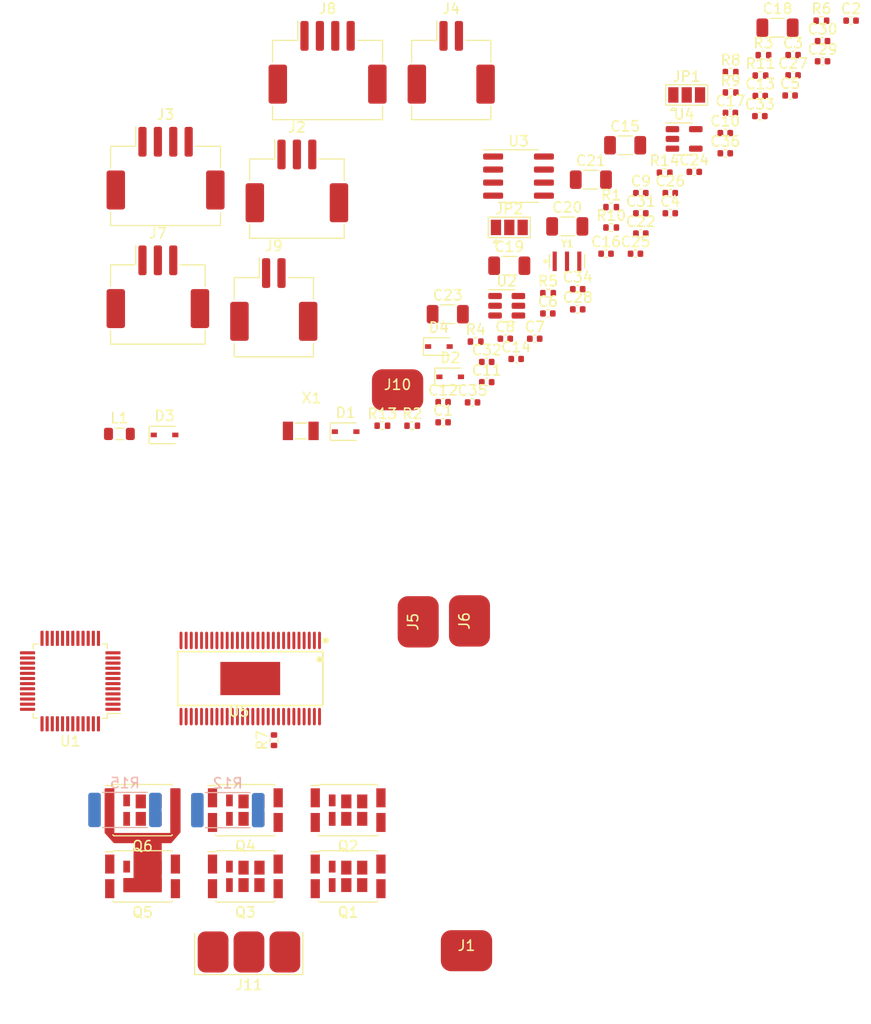
<source format=kicad_pcb>
(kicad_pcb (version 20211014) (generator pcbnew)
  (layers (0 "F.Cu" signal "Top") (1 "In1.Cu" signal "Power") (2 "In2.Cu" signal "GND") (31 "B.Cu" signal "Bottom") (34 "B.Paste" user) (35 "F.Paste" user) (36 "B.SilkS" user "B.Silkscreen") (37 "F.SilkS" user "F.Silkscreen") (38 "B.Mask" user) (39 "F.Mask" user) (44 "Edge.Cuts" user))
  (net 0 "")
  (net 1 "Net-(C2-Pad1)")
  (net 2 "GND")
  (net 3 "Net-(C6-Pad1)")
  (net 4 "Net-(C6-Pad2)")
  (net 5 "+5V")
  (net 6 "Net-(C11-Pad2)")
  (net 7 "+3V3")
  (net 8 "Net-(C24-Pad2)")
  (net 9 "+12V")
  (net 10 "Net-(Q1-Pad2)")
  (net 11 "/SHA")
  (net 12 "Net-(Q2-Pad2)")
  (net 13 "Net-(Q3-Pad2)")
  (net 14 "/SHB")
  (net 15 "Net-(Q4-Pad2)")
  (net 16 "/SLB")
  (net 17 "Net-(Q5-Pad2)")
  (net 18 "/SHC")
  (net 19 "Net-(Q6-Pad2)")
  (net 20 "/SLC")
  (net 21 "Net-(R1-Pad2)")
  (net 23 "/PC14")
  (net 24 "/PC15")
  (net 25 "/PD0")
  (net 26 "/PD1")
  (net 27 "/NRST")
  (net 28 "/SO1")
  (net 29 "/SO2")
  (net 30 "/USART2_TX")
  (net 31 "/USART2_RX")
  (net 32 "/GLA")
  (net 33 "/GLB")
  (net 34 "/GLC")
  (net 35 "/I2C2_SCL")
  (net 36 "/I2C2_SDA")
  (net 37 "/SPI2_NSS")
  (net 38 "/SPI2_SCK")
  (net 39 "/SPI2_MISO")
  (net 40 "/SPI2_MOSI")
  (net 41 "/GHA")
  (net 42 "/GHB")
  (net 43 "/GHC")
  (net 44 "/CAN_RX")
  (net 45 "/CAN_TX")
  (net 46 "/PA13")
  (net 47 "/PA14")
  (net 48 "/SPI1_nSCS")
  (net 49 "/SPI1_SCLK")
  (net 50 "/SPI1_MISO")
  (net 51 "/SPI1_MOSI")
  (net 52 "/USART1_TX")
  (net 53 "/USART1_RX")
  (net 54 "/BOOT0")
  (net 55 "/I2C1_SCL")
  (net 56 "/I2C1_SDA")
  (net 58 "/CAN_L")
  (net 59 "/CAN_H")
  (net 65 "/nOCTW")
  (net 66 "/nFAULT")
  (net 67 "Net-(R9-Pad2)")
  (net 68 "/DC_CAL")
  (net 69 "Net-(C26-Pad1)")
  (net 70 "Net-(C28-Pad1)")
  (net 71 "Net-(C28-Pad2)")
  (net 72 "/EN_GATE")
  (net 73 "/INH_A")
  (net 74 "/INL_A")
  (net 75 "/INH_B")
  (net 76 "/INL_B")
  (net 77 "/INH_C")
  (net 78 "/INL_C")
  (net 79 "Net-(C29-Pad2)")
  (net 80 "Net-(C27-Pad2)")
  (net 81 "Net-(C30-Pad2)")
  (net 82 "Net-(C31-Pad2)")
  (net 83 "Net-(C36-Pad1)")
  (net 84 "Net-(C35-Pad1)")
  (net 85 "Net-(C34-Pad1)")
  (footprint "Connector_JST:JST_ZE_SM02B-ZESS-TB_1x02-1MP_P1.50mm_Horizontal" (layer "F.Cu") (at 68.99 41.49)
    (fp_text reference "J4" (at 0 -5.22) (layer "F.SilkS"))
    (fp_text value "CAN_IN")
    (pad "1" smd roundrect (at -0.75 -2.575) (size 0.8 2.9) (layers "F.Cu" "F.Paste" "F.Mask") (net 59 "/CAN_H"))
    (pad "2" smd roundrect (at 0.75 -2.575) (size 0.8 2.9) (layers "F.Cu" "F.Paste" "F.Mask") (net 58 "/CAN_L"))
    (pad "MP" smd roundrect (at 3.35 2.125) (size 1.8 3.8) (layers "F.Cu" "F.Paste" "F.Mask") (roundrect_rratio 0.138889))
    (pad "MP" smd roundrect (at -3.35 2.125) (size 1.8 3.8) (layers "F.Cu" "F.Paste" "F.Mask") (roundrect_rratio 0.138889))
  )
  (footprint "Resistor_SMD:R_0402_1005Metric" (layer "F.Cu") (at 62.28 76.88)
    (fp_text reference "R13" (at 0 -1.17) (layer "F.SilkS"))
    (fp_text value "2.2R")
    (pad "1" smd roundrect (at -0.51 0) (size 0.54 0.64) (layers "F.Cu" "F.Paste" "F.Mask") (net 43 "/GHC"))
    (pad "2" smd roundrect (at 0.51 0) (size 0.54 0.64) (layers "F.Cu" "F.Paste" "F.Mask") (net 17 "Net-(Q5-Pad2)"))
  )
  (footprint "Capacitor_SMD:C_0402_1005Metric" (layer "F.Cu") (at 107.96 37.43)
    (fp_text reference "C2" (at 0 -1.16) (layer "F.SilkS"))
    (fp_text value "10uF")
    (pad "1" smd roundrect (at -0.48 0) (size 0.56 0.62) (layers "F.Cu" "F.Paste" "F.Mask") (net 1 "Net-(C2-Pad1)"))
    (pad "2" smd roundrect (at 0.48 0) (size 0.56 0.62) (layers "F.Cu" "F.Paste" "F.Mask") (net 2 "GND"))
  )
  (footprint "Capacitor_SMD:C_1206_3216Metric" (layer "F.Cu") (at 82.6 52.92)
    (fp_text reference "C21" (at 0 -1.85) (layer "F.SilkS"))
    (fp_text value "220uF")
    (pad "1" smd roundrect (at -1.475 0) (size 1.15 1.8) (layers "F.Cu" "F.Paste" "F.Mask") (roundrect_rratio 0.217391) (net 9 "+12V"))
    (pad "2" smd roundrect (at 1.475 0) (size 1.15 1.8) (layers "F.Cu" "F.Paste" "F.Mask") (roundrect_rratio 0.217391) (net 2 "GND"))
  )
  (footprint "Package_DirectFET:DirectFET_ME" (layer "F.Cu") (at 58.94 114.32)
    (fp_text reference "Q2" (at 0 3.5) (layer "F.SilkS"))
    (fp_text value "IRF7480M")
    (pad "1" smd rect (at -3.2 -1.2) (size 0.9 1.85) (layers "F.Cu" "F.Paste" "F.Mask") (net 11 "/SHA"))
    (pad "1" smd rect (at -3.2 1.2) (size 0.9 1.85) (layers "F.Cu" "F.Paste" "F.Mask") (net 11 "/SHA"))
    (pad "1" smd rect (at 3.2 1.2) (size 0.9 1.85) (layers "F.Cu" "F.Paste" "F.Mask") (net 11 "/SHA"))
    (pad "1" smd rect (at 3.2 -1.2) (size 0.9 1.85) (layers "F.Cu" "F.Paste" "F.Mask") (net 11 "/SHA"))
    (pad "2" smd rect (at -1.55 -0.95) (size 0.65 1.151) (layers "F.Cu" "F.Paste" "F.Mask") (net 12 "Net-(Q2-Pad2)"))
    (pad "3" smd rect (at 1.375 -0.85) (size 1 1.35) (layers "F.Cu" "F.Paste" "F.Mask") (net 2 "GND"))
    (pad "3" smd rect (at -1.55 0.85) (size 0.65 1.35) (layers "F.Cu" "F.Paste" "F.Mask") (net 2 "GND"))
    (pad "3" smd rect (at -0.175 0.85) (size 1 1.35) (layers "F.Cu" "F.Paste" "F.Mask") (net 2 "GND"))
    (pad "3" smd rect (at 1.375 0.85) (size 1 1.35) (layers "F.Cu" "F.Paste" "F.Mask") (net 2 "GND"))
    (pad "3" smd rect (at -0.175 -0.85) (size 1 1.35) (layers "F.Cu" "F.Paste" "F.Mask") (net 2 "GND"))
  )
  (footprint "Capacitor_SMD:C_0402_1005Metric" (layer "F.Cu") (at 77.13 68.41)
    (fp_text reference "C7" (at 0 -1.16) (layer "F.SilkS"))
    (fp_text value "0.1uF")
    (pad "1" smd roundrect (at -0.48 0) (size 0.56 0.62) (layers "F.Cu" "F.Paste" "F.Mask") (net 3 "Net-(C6-Pad1)"))
    (pad "2" smd roundrect (at 0.48 0) (size 0.56 0.62) (layers "F.Cu" "F.Paste" "F.Mask") (net 4 "Net-(C6-Pad2)"))
  )
  (footprint "Capacitor_SMD:C_0402_1005Metric" (layer "F.Cu") (at 71.07 74.61)
    (fp_text reference "C35" (at 0 -1.16) (layer "F.SilkS"))
    (fp_text value "0.1uF")
    (pad "1" smd roundrect (at -0.48 0) (size 0.56 0.62) (layers "F.Cu" "F.Paste" "F.Mask") (net 84 "Net-(C35-Pad1)"))
    (pad "2" smd roundrect (at 0.48 0) (size 0.56 0.62) (layers "F.Cu" "F.Paste" "F.Mask") (net 14 "/SHB"))
  )
  (footprint "Resistor_SMD:R_0402_1005Metric" (layer "F.Cu") (at 105.07 37.44)
    (fp_text reference "R6" (at 0 -1.17) (layer "F.SilkS"))
    (fp_text value "22R")
    (pad "1" smd roundrect (at -0.51 0) (size 0.54 0.64) (layers "F.Cu" "F.Paste" "F.Mask") (net 29 "/SO2"))
    (pad "2" smd roundrect (at 0.51 0) (size 0.54 0.64) (layers "F.Cu" "F.Paste" "F.Mask") (net 81 "Net-(C30-Pad2)"))
  )
  (footprint "Resistor_SMD:R_0402_1005Metric" (layer "F.Cu") (at 71.37 68.69)
    (fp_text reference "R4" (at 0 -1.17) (layer "F.SilkS"))
    (fp_text value "120R")
    (pad "1" smd roundrect (at -0.51 0) (size 0.54 0.64) (layers "F.Cu" "F.Paste" "F.Mask") (net 59 "/CAN_H"))
    (pad "2" smd roundrect (at 0.51 0) (size 0.54 0.64) (layers "F.Cu" "F.Paste" "F.Mask") (net 58 "/CAN_L"))
  )
  (footprint "Resistor_SMD:R_0402_1005Metric" (layer "F.Cu") (at 84.58 57.58)
    (fp_text reference "R10" (at 0 -1.17) (layer "F.SilkS"))
    (fp_text value "2.2R")
    (pad "1" smd roundrect (at -0.51 0) (size 0.54 0.64) (layers "F.Cu" "F.Paste" "F.Mask") (net 42 "/GHB"))
    (pad "2" smd roundrect (at 0.51 0) (size 0.54 0.64) (layers "F.Cu" "F.Paste" "F.Mask") (net 13 "Net-(Q3-Pad2)"))
  )
  (footprint "Capacitor_SMD:C_0402_1005Metric" (layer "F.Cu") (at 86.95 60.13)
    (fp_text reference "C25" (at 0 -1.16) (layer "F.SilkS"))
    (fp_text value "10uF")
    (pad "1" smd roundrect (at -0.48 0) (size 0.56 0.62) (layers "F.Cu" "F.Paste" "F.Mask") (net 7 "+3V3"))
    (pad "2" smd roundrect (at 0.48 0) (size 0.56 0.62) (layers "F.Cu" "F.Paste" "F.Mask") (net 2 "GND"))
  )
  (footprint "Connector_JST:JST_ZE_SM04B-ZESS-TB_1x04-1MP_P1.50mm_Horizontal" (layer "F.Cu") (at 41.15 51.8)
    (fp_text reference "J3" (at 0 -5.22) (layer "F.SilkS"))
    (fp_text value "I2C1")
    (pad "1" smd roundrect (at -2.25 -2.575) (size 0.8 2.9) (layers "F.Cu" "F.Paste" "F.Mask") (net 7 "+3V3"))
    (pad "2" smd roundrect (at -0.75 -2.575) (size 0.8 2.9) (layers "F.Cu" "F.Paste" "F.Mask") (net 2 "GND"))
    (pad "3" smd roundrect (at 0.75 -2.575) (size 0.8 2.9) (layers "F.Cu" "F.Paste" "F.Mask") (net 56 "/I2C1_SDA"))
    (pad "4" smd roundrect (at 2.25 -2.575) (size 0.8 2.9) (layers "F.Cu" "F.Paste" "F.Mask") (net 55 "/I2C1_SCL"))
    (pad "MP" smd roundrect (at 4.85 2.125) (size 1.8 3.8) (layers "F.Cu" "F.Paste" "F.Mask") (roundrect_rratio 0.138889))
    (pad "MP" smd roundrect (at -4.85 2.125) (size 1.8 3.8) (layers "F.Cu" "F.Paste" "F.Mask") (roundrect_rratio 0.138889))
  )
  (footprint "Capacitor_SMD:C_1206_3216Metric" (layer "F.Cu") (at 100.79 38.12)
    (fp_text reference "C18" (at 0 -1.85) (layer "F.SilkS"))
    (fp_text value "220uF")
    (pad "1" smd roundrect (at -1.475 0) (size 1.15 1.8) (layers "F.Cu" "F.Paste" "F.Mask") (roundrect_rratio 0.217391) (net 9 "+12V"))
    (pad "2" smd roundrect (at 1.475 0) (size 1.15 1.8) (layers "F.Cu" "F.Paste" "F.Mask") (roundrect_rratio 0.217391) (net 2 "GND"))
  )
  (footprint "Capacitor_SMD:C_0402_1005Metric" (layer "F.Cu") (at 102.31 42.75)
    (fp_text reference "C27" (at 0 -1.16) (layer "F.SilkS"))
    (fp_text value "2200pF")
    (pad "1" smd roundrect (at -0.48 0) (size 0.56 0.62) (layers "F.Cu" "F.Paste" "F.Mask") (net 2 "GND"))
    (pad "2" smd roundrect (at 0.48 0) (size 0.56 0.62) (layers "F.Cu" "F.Paste" "F.Mask") (net 80 "Net-(C27-Pad2)"))
  )
  (footprint "Resistor_SMD:R_0402_1005Metric" (layer "F.Cu") (at 99.13 42.78)
    (fp_text reference "R11" (at 0 -1.17) (layer "F.SilkS"))
    (fp_text value "2.2R")
    (pad "1" smd roundrect (at -0.51 0) (size 0.54 0.64) (layers "F.Cu" "F.Paste" "F.Mask") (net 33 "/GLB"))
    (pad "2" smd roundrect (at 0.51 0) (size 0.54 0.64) (layers "F.Cu" "F.Paste" "F.Mask") (net 15 "Net-(Q4-Pad2)"))
  )
  (footprint "Connector_JST:JST_ZE_SM04B-ZESS-TB_1x04-1MP_P1.50mm_Horizontal" (layer "F.Cu") (at 56.94 41.49)
    (fp_text reference "J8" (at 0 -5.22) (layer "F.SilkS"))
    (fp_text value "I2C2")
    (pad "1" smd roundrect (at -2.25 -2.575) (size 0.8 2.9) (layers "F.Cu" "F.Paste" "F.Mask") (net 7 "+3V3"))
    (pad "2" smd roundrect (at -0.75 -2.575) (size 0.8 2.9) (layers "F.Cu" "F.Paste" "F.Mask") (net 2 "GND"))
    (pad "3" smd roundrect (at 0.75 -2.575) (size 0.8 2.9) (layers "F.Cu" "F.Paste" "F.Mask") (net 36 "/I2C2_SDA"))
    (pad "4" smd roundrect (at 2.25 -2.575) (size 0.8 2.9) (layers "F.Cu" "F.Paste" "F.Mask") (net 35 "/I2C2_SCL"))
    (pad "MP" smd roundrect (at -4.85 2.125) (size 1.8 3.8) (layers "F.Cu" "F.Paste" "F.Mask") (roundrect_rratio 0.138889))
    (pad "MP" smd roundrect (at 4.85 2.125) (size 1.8 3.8) (layers "F.Cu" "F.Paste" "F.Mask") (roundrect_rratio 0.138889))
  )
  (footprint "Inductor_SMD:L_0805_2012Metric" (layer "F.Cu") (at 36.65 77.68)
    (fp_text reference "L1" (at 0 -1.55) (layer "F.SilkS"))
    (fp_text value "6.8uH")
    (pad "1" smd roundrect (at -1.0625 0) (size 0.875 1.2) (layers "F.Cu" "F.Paste" "F.Mask") (net 3 "Net-(C6-Pad1)"))
    (pad "2" smd roundrect (at 1.0625 0) (size 0.875 1.2) (layers "F.Cu" "F.Paste" "F.Mask") (net 5 "+5V"))
  )
  (footprint "Userlib:PowerPad" (layer "F.Cu") (at 70.48 128.01)
    (fp_text reference "J1" (at 0 -0.5 unlocked) (layer "F.SilkS"))
    (fp_text value "12V_IN")
    (pad "1" smd roundrect (at 0 0) (size 5 4) (layers "F.Cu" "F.Paste" "F.Mask") (net 9 "+12V"))
  )
  (footprint "Capacitor_SMD:C_0402_1005Metric" (layer "F.Cu") (at 84.08 60.13)
    (fp_text reference "C16" (at 0 -1.16) (layer "F.SilkS"))
    (fp_text value "0.1uF")
    (pad "1" smd roundrect (at -0.48 0) (size 0.56 0.62) (layers "F.Cu" "F.Paste" "F.Mask") (net 2 "GND"))
    (pad "2" smd roundrect (at 0.48 0) (size 0.56 0.62) (layers "F.Cu" "F.Paste" "F.Mask") (net 5 "+5V"))
  )
  (footprint "Capacitor_SMD:C_0402_1005Metric" (layer "F.Cu") (at 99.07 46.73)
    (fp_text reference "C33" (at 0 -1.16) (layer "F.SilkS"))
    (fp_text value "0.1uF")
    (pad "1" smd roundrect (at -0.48 0) (size 0.56 0.62) (layers "F.Cu" "F.Paste" "F.Mask") (net 9 "+12V"))
    (pad "2" smd roundrect (at 0.48 0) (size 0.56 0.62) (layers "F.Cu" "F.Paste" "F.Mask") (net 2 "GND"))
  )
  (footprint "Capacitor_SMD:C_0402_1005Metric" (layer "F.Cu") (at 95.7 48.38)
    (fp_text reference "C10" (at 0 -1.16) (layer "F.SilkS"))
    (fp_text value "0.1uF")
    (pad "1" smd roundrect (at -0.48 0) (size 0.56 0.62) (layers "F.Cu" "F.Paste" "F.Mask") (net 2 "GND"))
    (pad "2" smd roundrect (at 0.48 0) (size 0.56 0.62) (layers "F.Cu" "F.Paste" "F.Mask") (net 5 "+5V"))
  )
  (footprint "Diode_SMD:D_SOD-323" (layer "F.Cu") (at 58.7 77.46)
    (fp_text reference "D1" (at 0 -1.85) (layer "F.SilkS"))
    (fp_text value "B5819WS")
    (pad "1" smd rect (at -1.05 0) (size 0.6 0.45) (layers "F.Cu" "F.Paste" "F.Mask") (net 1 "Net-(C2-Pad1)"))
    (pad "2" smd rect (at 1.05 0) (size 0.6 0.45) (layers "F.Cu" "F.Paste" "F.Mask") (net 9 "+12V"))
  )
  (footprint "Jumper:SolderJumper-3_P1.3mm_Open_Pad1.0x1.5mm" (layer "F.Cu") (at 74.65 57.57)
    (fp_text reference "JP2" (at 0 -1.8) (layer "F.SilkS"))
    (fp_text value "SolderJumper_3_Open")
    (pad "1" smd rect (at -1.3 0) (size 1 1.5) (layers "F.Cu" "F.Mask") (net 2 "GND"))
    (pad "2" smd rect (at 0 0) (size 1 1.5) (layers "F.Cu" "F.Mask") (net 46 "/PA13"))
    (pad "3" smd rect (at 1.3 0) (size 1 1.5) (layers "F.Cu" "F.Mask") (net 47 "/PA14"))
  )
  (footprint "Capacitor_SMD:C_0402_1005Metric" (layer "F.Cu") (at 90.34 56.19)
    (fp_text reference "C4" (at 0 -1.16) (layer "F.SilkS"))
    (fp_text value "0.1uF")
    (pad "1" smd roundrect (at -0.48 0) (size 0.56 0.62) (layers "F.Cu" "F.Paste" "F.Mask") (net 7 "+3V3"))
    (pad "2" smd roundrect (at 0.48 0) (size 0.56 0.62) (layers "F.Cu" "F.Paste" "F.Mask") (net 2 "GND"))
  )
  (footprint "Jumper:SolderJumper-3_P1.3mm_Open_Pad1.0x1.5mm" (layer "F.Cu") (at 91.94 44.67)
    (fp_text reference "JP1" (at 0 -1.8) (layer "F.SilkS"))
    (fp_text value "SolderJumper_3_Open")
    (pad "1" smd rect (at -1.3 0) (size 1 1.5) (layers "F.Cu" "F.Mask") (net 7 "+3V3"))
    (pad "2" smd rect (at 0 0) (size 1 1.5) (layers "F.Cu" "F.Mask") (net 54 "/BOOT0"))
    (pad "3" smd rect (at 1.3 0) (size 1 1.5) (layers "F.Cu" "F.Mask") (net 2 "GND"))
  )
  (footprint "Diode_SMD:D_SOD-323" (layer "F.Cu") (at 67.79 69.17)
    (fp_text reference "D4" (at 0 -1.85) (layer "F.SilkS"))
    (fp_text value "B5819WS")
    (pad "1" smd rect (at -1.05 0) (size 0.6 0.45) (layers "F.Cu" "F.Paste" "F.Mask") (net 9 "+12V"))
    (pad "2" smd rect (at 1.05 0) (size 0.6 0.45) (layers "F.Cu" "F.Paste" "F.Mask") (net 2 "GND"))
  )
  (footprint "Resistor_SMD:R_0402_1005Metric" (layer "F.Cu") (at 78.43 63.97)
    (fp_text reference "R5" (at 0 -1.17) (layer "F.SilkS"))
    (fp_text value "22R")
    (pad "1" smd roundrect (at -0.51 0) (size 0.54 0.64) (layers "F.Cu" "F.Paste" "F.Mask") (net 28 "/SO1"))
    (pad "2" smd roundrect (at 0.51 0) (size 0.54 0.64) (layers "F.Cu" "F.Paste" "F.Mask") (net 80 "Net-(C27-Pad2)"))
  )
  (footprint "Capacitor_SMD:C_0402_1005Metric" (layer "F.Cu") (at 102.31 40.78)
    (fp_text reference "C3" (at 0 -1.16) (layer "F.SilkS"))
    (fp_text value "0.1uF")
    (pad "1" smd roundrect (at -0.48 0) (size 0.56 0.62) (layers "F.Cu" "F.Paste" "F.Mask") (net 7 "+3V3"))
    (pad "2" smd roundrect (at 0.48 0) (size 0.56 0.62) (layers "F.Cu" "F.Paste" "F.Mask") (net 2 "GND"))
  )
  (footprint "Capacitor_SMD:C_0402_1005Metric" (layer "F.Cu") (at 78.41 65.95)
    (fp_text reference "C6" (at 0 -1.16) (layer "F.SilkS"))
    (fp_text value "0.1uF")
    (pad "1" smd roundrect (at -0.48 0) (size 0.56 0.62) (layers "F.Cu" "F.Paste" "F.Mask") (net 3 "Net-(C6-Pad1)"))
    (pad "2" smd roundrect (at 0.48 0) (size 0.56 0.62) (layers "F.Cu" "F.Paste" "F.Mask") (net 4 "Net-(C6-Pad2)"))
  )
  (footprint "Userlib:HTSSOP-56_L14.0-W6.0-P0.50-LS8.0-BL" (layer "F.Cu") (at 49.405 101.50225 180)
    (fp_text reference "U5" (at 0 -3.207) (layer "F.SilkS") (effects (justify right)))
    (fp_text value "DRV8301DCAR")
    (pad "1" smd oval (at -6.75 3.708 180) (size 0.28 1.715) (layers "F.Cu" "F.Paste" "F.Mask"))
    (pad "2" smd oval (at -6.25 3.708 180) (size 0.28 1.715) (layers "F.Cu" "F.Paste" "F.Mask"))
    (pad "3" smd oval (at -5.75 3.708 180) (size 0.28 1.715) (layers "F.Cu" "F.Paste" "F.Mask"))
    (pad "4" smd oval (at -5.25 3.708 180) (size 0.28 1.715) (layers "F.Cu" "F.Paste" "F.Mask"))
    (pad "5" smd oval (at -4.75 3.708 180) (size 0.28 1.715) (layers "F.Cu" "F.Paste" "F.Mask") (net 65 "/nOCTW"))
    (pad "6" smd oval (at -4.25 3.708 180) (size 0.28 1.715) (layers "F.Cu" "F.Paste" "F.Mask") (net 66 "/nFAULT"))
    (pad "7" smd oval (at -3.75 3.708 180) (size 0.28 1.715) (layers "F.Cu" "F.Paste" "F.Mask") (net 67 "Net-(R9-Pad2)"))
    (pad "8" smd oval (at -3.25 3.708 180) (size 0.28 1.715) (layers "F.Cu" "F.Paste" "F.Mask") (net 48 "/SPI1_nSCS"))
    (pad "9" smd oval (at -2.75 3.708 180) (size 0.28 1.715) (layers "F.Cu" "F.Paste" "F.Mask") (net 51 "/SPI1_MOSI"))
    (pad "10" smd oval (at -2.25 3.708 180) (size 0.28 1.715) (layers "F.Cu" "F.Paste" "F.Mask") (net 50 "/SPI1_MISO"))
    (pad "11" smd oval (at -1.75 3.708 180) (size 0.28 1.715) (layers "F.Cu" "F.Paste" "F.Mask") (net 49 "/SPI1_SCLK"))
    (pad "12" smd oval (at -1.25 3.708 180) (size 0.28 1.715) (layers "F.Cu" "F.Paste" "F.Mask") (net 68 "/DC_CAL"))
    (pad "13" smd oval (at -0.75 3.708 180) (size 0.28 1.715) (layers "F.Cu" "F.Paste" "F.Mask") (net 69 "Net-(C26-Pad1)"))
    (pad "14" smd oval (at -0.25 3.708 180) (size 0.28 1.715) (layers "F.Cu" "F.Paste" "F.Mask") (net 70 "Net-(C28-Pad1)"))
    (pad "15" smd oval (at 0.25 3.708 180) (size 0.28 1.715) (layers "F.Cu" "F.Paste" "F.Mask") (net 71 "Net-(C28-Pad2)"))
    (pad "16" smd oval (at 0.75 3.708 180) (size 0.28 1.715) (layers "F.Cu" "F.Paste" "F.Mask") (net 72 "/EN_GATE"))
    (pad "17" smd oval (at 1.25 3.708 180) (size 0.28 1.715) (layers "F.Cu" "F.Paste" "F.Mask") (net 73 "/INH_A"))
    (pad "18" smd oval (at 1.75 3.708 180) (size 0.28 1.715) (layers "F.Cu" "F.Paste" "F.Mask") (net 74 "/INL_A"))
    (pad "19" smd oval (at 2.25 3.708 180) (size 0.28 1.715) (layers "F.Cu" "F.Paste" "F.Mask") (net 75 "/INH_B"))
    (pad "20" smd oval (at 2.75 3.708 180) (size 0.28 1.715) (layers "F.Cu" "F.Paste" "F.Mask") (net 76 "/INL_B"))
    (pad "21" smd oval (at 3.25 3.708 180) (size 0.28 1.715) (layers "F.Cu" "F.Paste" "F.Mask") (net 77 "/INH_C"))
    (pad "22" smd oval (at 3.75 3.708 180) (size 0.28 1.715) (layers "F.Cu" "F.Paste" "F.Mask") (net 78 "/INL_C"))
    (pad "23" smd oval (at 4.25 3.708 180) (size 0.28 1.715) (layers "F.Cu" "F.Paste" "F.Mask") (net 79 "Net-(C29-Pad2)"))
    (pad "24" smd oval (at 4.75 3.708 180) (size 0.28 1.715) (layers "F.Cu" "F.Paste" "F.Mask") (net 7 "+3V3"))
    (pad "25" smd oval (at 5.25 3.708 180) (size 0.28 1.715) (layers "F.Cu" "F.Paste" "F.Mask") (net 80 "Net-(C27-Pad2)"))
    (pad "26" smd oval (at 5.75 3.708 180) (size 0.28 1.715) (layers "F.Cu" "F.Paste" "F.Mask") (net 81 "Net-(C30-Pad2)"))
    (pad "27" smd oval (at 6.25 3.708 180) (size 0.28 1.715) (layers "F.Cu" "F.Paste" "F.Mask") (net 82 "Net-(C31-Pad2)"))
    (pad "28" smd oval (at 6.75 3.708 180) (size 0.28 1.715) (layers "F.Cu" "F.Paste" "F.Mask") (net 2 "GND"))
    (pad "29" smd oval (at 6.75 -3.708 180) (size 0.28 1.715) (layers "F.Cu" "F.Paste" "F.Mask") (net 9 "+12V"))
    (pad "30" smd oval (at 6.25 -3.708 180) (size 0.28 1.715) (layers "F.Cu" "F.Paste" "F.Mask") (net 2 "GND"))
    (pad "31" smd oval (at 5.75 -3.708 180) (size 0.28 1.715) (layers "F.Cu" "F.Paste" "F.Mask") (net 20 "/SLC"))
    (pad "32" smd oval (at 5.25 -3.708 180) (size 0.28 1.715) (layers "F.Cu" "F.Paste" "F.Mask") (net 2 "GND"))
    (pad "33" smd oval (at 4.75 -3.708 180) (size 0.28 1.715) (layers "F.Cu" "F.Paste" "F.Mask") (net 16 "/SLB"))
    (pad "34" smd oval (at 4.25 -3.708 180) (size 0.28 1.715) (layers "F.Cu" "F.Paste" "F.Mask") (net 20 "/SLC"))
    (pad "35" smd oval (at 3.75 -3.708 180) (size 0.28 1.715) (layers "F.Cu" "F.Paste" "F.Mask") (net 34 "/GLC"))
    (pad "36" smd oval (at 3.25 -3.708 180) (size 0.28 1.715) (layers "F.Cu" "F.Paste" "F.Mask") (net 18 "/SHC"))
    (pad "37" smd oval (at 2.75 -3.708 180) (size 0.28 1.715) (layers "F.Cu" "F.Paste" "F.Mask") (net 43 "/GHC"))
    (pad "38" smd oval (at 2.25 -3.708 180) (size 0.28 1.715) (layers "F.Cu" "F.Paste" "F.Mask") (net 83 "Net-(C36-Pad1)"))
    (pad "39" smd oval (at 1.75 -3.708 180) (size 0.28 1.715) (layers "F.Cu" "F.Paste" "F.Mask") (net 16 "/SLB"))
    (pad "40" smd oval (at 1.25 -3.708 180) (size 0.28 1.715) (layers "F.Cu" "F.Paste" "F.Mask") (net 33 "/GLB"))
    (pad "41" smd oval (at 0.75 -3.708 180) (size 0.28 1.715) (layers "F.Cu" "F.Paste" "F.Mask") (net 14 "/SHB"))
    (pad "42" smd oval (at 0.25 -3.708 180) (size 0.28 1.715) (layers "F.Cu" "F.Paste" "F.Mask") (net 42 "/GHB"))
    (pad "43" smd oval (at -0.25 -3.708 180) (size 0.28 1.715) (layers "F.Cu" "F.Paste" "F.Mask") (net 84 "Net-(C35-Pad1)"))
    (pad "44" smd oval (at -0.75 -3.708 180) (size 0.28 1.715) (layers "F.Cu" "F.Paste" "F.Mask") (net 2 "GND"))
    (pad "45" smd oval (at -1.25 -3.708 180) (size 0.28 1.715) (layers "F.Cu" "F.Paste" "F.Mask") (net 32 "/GLA"))
    (pad "46" smd oval (at -1.75 -3.708 180) (size 0.28 1.715) (layers "F.Cu" "F.Paste" "F.Mask") (net 11 "/SHA"))
    (pad "47" smd oval (at -2.25 -3.708 180) (size 0.28 1.715) (layers "F.Cu" "F.Paste" "F.Mask") (net 41 "/GHA"))
    (pad "48" smd oval (at -2.75 -3.708 180) (size 0.28 1.715) (layers "F.Cu" "F.Paste" "F.Mask") (net 85 "Net-(C34-Pad1)"))
    (pad "49" smd oval (at -3.25 -3.708 180) (size 0.28 1.715) (layers "F.Cu" "F.Paste" "F.Mask") (net 7 "+3V3"))
    (pad "50" smd oval (at -3.75 -3.708 180) (size 0.28 1.715) (layers "F.Cu" "F.Paste" "F.Mask"))
    (pad "51" smd oval (at -4.25 -3.708 180) (size 0.28 1.715) (layers "F.Cu" "F.Paste" "F.Mask"))
    (pad "52" smd oval (at -4.75 -3.708 180) (size 0.28 1.715) (layers "F.Cu" "F.Paste" "F.Mask"))
    (pad "53" smd oval (at -5.25 -3.708 180) (size 0.28 1.715) (layers "F.Cu" "F.Paste" "F.Mask"))
    (pad "54" smd oval (at -5.75 -3.708 180) (size 0.28 1.715) (layers "F.Cu" "F.Paste" "F.Mask"))
    (pad "55" smd oval (at -6.25 -3.708 180) (size 0.28 1.715) (layers "F.Cu" "F.Paste" "F.Mask") (net 2 "GND"))
    (pad "56" smd oval (at -6.75 -3.708 180) (size 0.28 1.715) (layers "F.Cu" "F.Paste" "F.Mask"))
    (pad "57" smd rect (at 0 0 180) (size 5.825 3.235) (layers "F.Cu" "F.Paste" "F.Mask") (net 2 "GND"))
  )
  (footprint "Resistor_SMD:R_0402_1005Metric" (layer "F.Cu") (at 84.58 55.59)
    (fp_text reference "R1" (at 0 -1.17) (layer "F.SilkS"))
    (fp_text value "1M")
    (pad "1" smd roundrect (at -0.51 0) (size 0.54 0.64) (layers "F.Cu" "F.Paste" "F.Mask") (net 1 "Net-(C2-Pad1)"))
    (pad "2" smd roundrect (at 0.51 0) (size 0.54 0.64) (layers "F.Cu" "F.Paste" "F.Mask") (net 21 "Net-(R1-Pad2)"))
  )
  (footprint "Capacitor_SMD:C_0402_1005Metric" (layer "F.Cu") (at 74.26 68.41)
    (fp_text reference "C8" (at 0 -1.16) (layer "F.SilkS"))
    (fp_text value "0.1uF")
    (pad "1" smd roundrect (at -0.48 0) (size 0.56 0.62) (layers "F.Cu" "F.Paste" "F.Mask") (net 7 "+3V3"))
    (pad "2" smd roundrect (at 0.48 0) (size 0.56 0.62) (layers "F.Cu" "F.Paste" "F.Mask") (net 2 "GND"))
  )
  (footprint "Resistor_SMD:R_0402_1005Metric" (layer "F.Cu") (at 65.19 76.88)
    (fp_text reference "R2" (at 0 -1.17) (layer "F.SilkS"))
    (fp_text value "10K")
    (pad "1" smd roundrect (at -0.51 0) (size 0.54 0.64) (layers "F.Cu" "F.Paste" "F.Mask") (net 5 "+5V"))
    (pad "2" smd roundrect (at 0.51 0) (size 0.54 0.64) (layers "F.Cu" "F.Paste" "F.Mask") (net 6 "Net-(C11-Pad2)"))
  )
  (footprint "Package_DirectFET:DirectFET_ME" (layer "F.Cu") (at 38.91 120.77)
    (fp_text reference "Q5" (at 0 3.5) (layer "F.SilkS"))
    (fp_text value "IRF7480M")
    (pad "1" smd rect (at -3.2 1.2) (size 0.9 1.85) (layers "F.Cu" "F.Paste" "F.Mask") (net 9 "+12V"))
    (pad "1" smd rect (at 3.2 -1.2) (size 0.9 1.85) (layers "F.Cu" "F.Paste" "F.Mask") (net 9 "+12V"))
    (pad "1" smd rect (at 3.2 1.2) (size 0.9 1.85) (layers "F.Cu" "F.Paste" "F.Mask") (net 9 "+12V"))
    (pad "1" smd rect (at -3.2 -1.2) (size 0.9 1.85) (layers "F.Cu" "F.Paste" "F.Mask") (net 9 "+12V"))
    (pad "2" smd rect (at -1.55 -0.95) (size 0.65 1.151) (layers "F.Cu" "F.Paste" "F.Mask") (net 17 "Net-(Q5-Pad2)"))
    (pad "3" smd rect (at 1.375 0.85) (size 1 1.35) (layers "F.Cu" "F.Paste" "F.Mask") (net 18 "/SHC"))
    (pad "3" smd rect (at 1.375 -0.85) (size 1 1.35) (layers "F.Cu" "F.Paste" "F.Mask") (net 18 "/SHC"))
    (pad "3" smd rect (at -0.175 -0.85) (size 1 1.35) (layers "F.Cu" "F.Paste" "F.Mask") (net 18 "/SHC"))
    (pad "3" smd rect (at -1.55 0.85) (size 0.65 1.35) (layers "F.Cu" "F.Paste" "F.Mask") (net 18 "/SHC"))
    (pad "3" smd rect (at -0.175 0.85) (size 1 1.35) (layers "F.Cu" "F.Paste" "F.Mask") (net 18 "/SHC"))
  )
  (footprint "Capacitor_SMD:C_1206_3216Metric" (layer "F.Cu") (at 68.65 66.02)
    (fp_text reference "C23" (at 0 -1.85) (layer "F.SilkS"))
    (fp_text value "220uF")
    (pad "1" smd roundrect (at -1.475 0) (size 1.15 1.8) (layers "F.Cu" "F.Paste" "F.Mask") (roundrect_rratio 0.217391) (net 9 "+12V"))
    (pad "2" smd roundrect (at 1.475 0) (size 1.15 1.8) (layers "F.Cu" "F.Paste" "F.Mask") (roundrect_rratio 0.217391) (net 2 "GND"))
  )
  (footprint "Package_QFP:LQFP-48_7x7mm_P0.5mm" (layer "F.Cu") (at 31.86 101.75 180)
    (fp_text reference "U1" (at 0 -5.85) (layer "F.SilkS"))
    (fp_text value "STM32F103C8Tx")
    (pad "1" smd roundrect (at -4.1625 -2.75 180) (size 1.475 0.3) (layers "F.Cu" "F.Paste" "F.Mask") (net 7 "+3V3"))
    (pad "2" smd roundrect (at -4.1625 -2.25 180) (size 1.475 0.3) (layers "F.Cu" "F.Paste" "F.Mask"))
    (pad "3" smd roundrect (at -4.1625 -1.75 180) (size 1.475 0.3) (layers "F.Cu" "F.Paste" "F.Mask") (net 23 "/PC14"))
    (pad "4" smd roundrect (at -4.1625 -1.25 180) (size 1.475 0.3) (layers "F.Cu" "F.Paste" "F.Mask") (net 24 "/PC15"))
    (pad "5" smd roundrect (at -4.1625 -0.75 180) (size 1.475 0.3) (layers "F.Cu" "F.Paste" "F.Mask") (net 25 "/PD0"))
    (pad "6" smd roundrect (at -4.1625 -0.25 180) (size 1.475 0.3) (layers "F.Cu" "F.Paste" "F.Mask") (net 26 "/PD1"))
    (pad "7" smd roundrect (at -4.1625 0.25 180) (size 1.475 0.3) (layers "F.Cu" "F.Paste" "F.Mask") (net 27 "/NRST"))
    (pad "8" smd roundrect (at -4.1625 0.75 180) (size 1.475 0.3) (layers "F.Cu" "F.Paste" "F.Mask") (net 2 "GND"))
    (pad "9" smd roundrect (at -4.1625 1.25 180) (size 1.475 0.3) (layers "F.Cu" "F.Paste" "F.Mask") (net 7 "+3V3"))
    (pad "10" smd roundrect (at -4.1625 1.75 180) (size 1.475 0.3) (layers "F.Cu" "F.Paste" "F.Mask") (net 28 "/SO1"))
    (pad "11" smd roundrect (at -4.1625 2.25 180) (size 1.475 0.3) (layers "F.Cu" "F.Paste" "F.Mask") (net 29 "/SO2"))
    (pad "12" smd roundrect (at -4.1625 2.75 180) (size 1.475 0.3) (layers "F.Cu" "F.Paste" "F.Mask") (net 30 "/USART2_TX"))
    (pad "13" smd roundrect (at -2.75 4.1625 180) (size 0.3 1.475) (layers "F.Cu" "F.Paste" "F.Mask") (net 31 "/USART2_RX"))
    (pad "14" smd roundrect (at -2.25 4.1625 180) (size 0.3 1.475) (layers "F.Cu" "F.Paste" "F.Mask") (net 65 "/nOCTW"))
    (pad "15" smd roundrect (at -1.75 4.1625 180) (size 0.3 1.475) (layers "F.Cu" "F.Paste" "F.Mask") (net 66 "/nFAULT"))
    (pad "16" smd roundrect (at -1.25 4.1625 180) (size 0.3 1.475) (layers "F.Cu" "F.Paste" "F.Mask") (net 68 "/DC_CAL"))
    (pad "17" smd roundrect (at -0.75 4.1625 180) (size 0.3 1.475) (layers "F.Cu" "F.Paste" "F.Mask") (net 74 "/INL_A"))
    (pad "18" smd roundrect (at -0.25 4.1625 180) (size 0.3 1.475) (layers "F.Cu" "F.Paste" "F.Mask") (net 76 "/INL_B"))
    (pad "19" smd roundrect (at 0.25 4.1625 180) (size 0.3 1.475) (layers "F.Cu" "F.Paste" "F.Mask") (net 78 "/INL_C"))
    (pad "20" smd roundrect (at 0.75 4.1625 180) (size 0.3 1.475) (layers "F.Cu" "F.Paste" "F.Mask") (net 72 "/EN_GATE"))
    (pad "21" smd roundrect (at 1.25 4.1625 180) (size 0.3 1.475) (layers "F.Cu" "F.Paste" "F.Mask") (net 35 "/I2C2_SCL"))
    (pad "22" smd roundrect (at 1.75 4.1625 180) (size 0.3 1.475) (layers "F.Cu" "F.Paste" "F.Mask") (net 36 "/I2C2_SDA"))
    (pad "23" smd roundrect (at 2.25 4.1625 180) (size 0.3 1.475) (layers "F.Cu" "F.Paste" "F.Mask") (net 2 "GND"))
    (pad "24" smd roundrect (at 2.75 4.1625 180) (size 0.3 1.475) (layers "F.Cu" "F.Paste" "F.Mask") (net 7 "+3V3"))
    (pad "25" smd roundrect (at 4.1625 2.75 180) (size 1.475 0.3) (layers "F.Cu" "F.Paste" "F.Mask") (net 37 "/SPI2_NSS"))
    (pad "26" smd roundrect (at 4.1625 2.25 180) (size 1.475 0.3) (layers "F.Cu" "F.Paste" "F.Mask") (net 38 "/SPI2_SCK"))
    (pad "27" smd roundrect (at 4.1625 1.75 180) (size 1.475 0.3) (layers "F.Cu" "F.Paste" "F.Mask") (net 39 "/SPI2_MISO"))
    (pad "28" smd roundrect (at 4.1625 1.25 180) (size 1.475 0.3) (layers "F.Cu" "F.Paste" "F.Mask") (net 40 "/SPI2_MOSI"))
    (pad "29" smd roundrect (at 4.1625 0.75 180) (size 1.475 0.3) (layers "F.Cu" "F.Paste" "F.Mask") (net 73 "/INH_A"))
    (pad "30" smd roundrect (at 4.1625 0.25 180) (size 1.475 0.3) (layers "F.Cu" "F.Paste" "F.Mask") (net 75 "/INH_B"))
    (pad "31" smd roundrect (at 4.1625 -0.25 180) (size 1.475 0.3) (layers "F.Cu" "F.Paste" "F.Mask") (net 77 "/INH_C"))
    (pad "32" smd roundrect (at 4.1625 -0.75 180) (size 1.475 0.3) (layers "F.Cu" "F.Paste" "F.Mask") (net 44 "/CAN_RX"))
    (pad "33" smd roundrect (at 4.1625 -1.25 180) (size 1.475 0.3) (layers "F.Cu" "F.Paste" "F.Mask") (net 45 "/CAN_TX"))
    (pad "34" smd roundrect (at 4.1625 -1.75 180) (size 1.475 0.3) (layers "F.Cu" "F.Paste" "F.Mask") (net 46 "/PA13"))
    (pad "35" smd roundrect (at 4.1625 -2.25 180) (size 1.475 0.3) (layers "F.Cu" "F.Paste" "F.Mask") (net 2 "GND"))
    (pad "36" smd roundrect (at 4.1625 -2.75 180) (size 1.475 0.3) (layers "F.Cu" "F.Paste" "F.Mask") (net 7 "+3V3"))
    (pad "37" smd roundrect (at 2.75 -4.1625 180) (size 0.3 1.475) (layers "F.Cu" "F.Paste" "F.Mask") (net 47 "/PA14"))
    (pad "38" smd roundrect (at 2.25 -4.1625 180) (size 0.3 1.475) (layers "F.Cu" "F.Paste" "F.Mask") (net 48 "/SPI1_nSCS"))
    (pad "39" smd roundrect (at 1.75 -4.1625 180) (size 0.3 1.475) (layers "F.Cu" "F.Paste" "F.Mask") (net 49 "/SPI1_SCLK"))
    (pad "40" smd roundrect (at 1.25 -4.1625 180) (size 0.3 1.475) (layers "F.Cu" "F.Paste" "F.Mask") (net 50 "/SPI1_MISO"))
    (pad "41" smd roundrect (at 0.75 -4.1625 180) (size 0.3 1.475) (layers "F.Cu" "F.Paste" "F.Mask") (net 51 "/SPI1_MOSI"))
    (pad "42" smd roundrect (at 0.25 -4.1625 180) (size 0.3 1.475) (layers "F.Cu" "F.Paste" "F.Mask") (net 52 "/USART1_TX"))
    (pad "43" smd roundrect (at -0.25 -4.1625 180) (size 0.3 1.475) (layers "F.Cu" "F.Paste" "F.Mask") (net 53 "/USART1_RX"))
    (pad "44" smd roundrect (at -0.75 -4.1625 180) (size 0.3 1.475) (layers "F.Cu" "F.Paste" "F.Mask") (net 54 "/BOOT0"))
    (pad "45" smd roundrect (at -1.25 -4.1625 180) (size 0.3 1.475) (layers "F.Cu" "F.Paste" "F.Mask") (net 55 "/I2C1_SCL"))
    (pad "46" smd roundrect (at -1.75 -4.1625 180) (size 0.3 1.475) (layers "F.Cu" "F.Paste" "F.Mask") (net 56 "/I2C1_SDA"))
    (pad "47" smd roundrect (at -2.25 -4.1625 180) (size 0.3 1.475) (layers "F.Cu" "F.Paste" "F.Mask") (net 2 "GND"))
    (pad "48" smd roundrect (at -2.75 -4.1625 180) (size 0.3 1.475) (layers "F.Cu" "F.Paste" "F.Mask") (net 7 "+3V3"))
  )
  (footprint "Capacitor_SMD:C_0402_1005Metric" (layer "F.Cu") (at 81.32 63.58)
    (fp_text reference "C34" (at 0 -1.16) (layer "F.SilkS"))
    (fp_text value "0.1uF")
    (pad "1" smd roundrect (at -0.48 0) (size 0.56 0.62) (layers "F.Cu" "F.Paste" "F.Mask") (net 85 "Net-(C34-Pad1)"))
    (pad "2" smd roundrect (at 0.48 0) (size 0.56 0.62) (layers "F.Cu" "F.Paste" "F.Mask") (net 11 "/SHA"))
  )
  (footprint "Diode_SMD:D_SOD-323" (layer "F.Cu") (at 68.89 72.12)
    (fp_text reference "D2" (at 0 -1.85) (layer "F.SilkS"))
    (fp_text value "B5819WS")
    (pad "1" smd rect (at -1.05 0) (size 0.6 0.45) (layers "F.Cu" "F.Paste" "F.Mask") (net 3 "Net-(C6-Pad1)"))
    (pad "2" smd rect (at 1.05 0) (size 0.6 0.45) (layers "F.Cu" "F.Paste" "F.Mask") (net 2 "GND"))
  )
  (footprint "Package_TO_SOT_SMD:SOT-23-5" (layer "F.Cu") (at 91.69 48.95)
    (fp_text reference "U4" (at 0 -2.4) (layer "F.SilkS"))
    (fp_text value "LP2992-3V3")
    (pad "1" smd roundrect (at -1.1375 -0.95) (size 1.325 0.6) (layers "F.Cu" "F.Paste" "F.Mask") (net 5 "+5V"))
    (pad "2" smd roundrect (at -1.1375 0) (size 1.325 0.6) (layers "F.Cu" "F.Paste" "F.Mask") (net 2 "GND"))
    (pad "3" smd roundrect (at -1.1375 0.95) (size 1.325 0.6) (layers "F.Cu" "F.Paste" "F.Mask") (net 5 "+5V"))
    (pad "4" smd roundrect (at 1.1375 0.95) (size 1.325 0.6) (layers "F.Cu" "F.Paste" "F.Mask") (net 8 "Net-(C24-Pad2)"))
    (pad "5" smd roundrect (at 1.1375 -0.95) (size 1.325 0.6) (layers "F.Cu" "F.Paste" "F.Mask") (net 7 "+3V3"))
  )
  (footprint "Capacitor_SMD:C_0402_1005Metric" (layer "F.Cu") (at 75.32 70.38)
    (fp_text reference "C14" (at 0 -1.16) (layer "F.SilkS"))
    (fp_text value "12.5pF")
    (pad "1" smd roundrect (at -0.48 0) (size 0.56 0.62) (layers "F.Cu" "F.Paste" "F.Mask") (net 24 "/PC15"))
    (pad "2" smd roundrect (at 0.48 0) (size 0.56 0.62) (layers "F.Cu" "F.Paste" "F.Mask") (net 2 "GND"))
  )
  (footprint "Connector_JST:JST_ZE_SM03B-ZESS-TB_1x03-1MP_P1.50mm_Horizontal" (layer "F.Cu") (at 53.95 53.04)
    (fp_text reference "J2" (at 0 -5.22) (layer "F.SilkS"))
    (fp_text value "USART1")
    (pad "1" smd roundrect (at -1.5 -2.575) (size 0.8 2.9) (layers "F.Cu" "F.Paste" "F.Mask") (net 2 "GND"))
    (pad "2" smd roundrect (at 0 -2.575) (size 0.8 2.9) (layers "F.Cu" "F.Paste" "F.Mask") (net 52 "/USART1_TX"))
    (pad "3" smd roundrect (at 1.5 -2.575) (size 0.8 2.9) (layers "F.Cu" "F.Paste" "F.Mask") (net 53 "/USART1_RX"))
    (pad "MP" smd roundrect (at 4.1 2.125) (size 1.8 3.8) (layers "F.Cu" "F.Paste" "F.Mask") (roundrect_rratio 0.138889))
    (pad "MP" smd roundrect (at -4.1 2.125) (size 1.8 3.8) (layers "F.Cu" "F.Paste" "F.Mask") (roundrect_rratio 0.138889))
  )
  (footprint "Userlib:CRYSTAL-SMD_L3.2-W1.5-FC-135R32.7680KF-A3" (layer "F.Cu") (at 54.325 77.385)
    (fp_text reference "X1" (at 0 -3.207) (layer "F.SilkS") (effects (justify left)))
    (fp_text value "CRYSTAY-3215_32.768K")
    (pad "1" smd rect (at -1.25 0) (size 1 1.8) (layers "F.Cu" "F.Paste" "F.Mask") (net 23 "/PC14"))
    (pad "2" smd rect (at 1.25 0) (size 1 1.8) (layers "F.Cu" "F.Paste" "F.Mask") (net 24 "/PC15"))
  )
  (footprint "Resistor_SMD:R_0402_1005Metric" (layer "F.Cu") (at 96.22 44.43)
    (fp_text reference "R9" (at 0 -1.17) (layer "F.SilkS"))
    (fp_text value "18K")
    (pad "1" smd roundrect (at -0.51 0) (size 0.54 0.64) (layers "F.Cu" "F.Paste" "F.Mask") (net 2 "GND"))
    (pad "2" smd roundrect (at 0.51 0) (size 0.54 0.64) (layers "F.Cu" "F.Paste" "F.Mask") (net 67 "Net-(R9-Pad2)"))
  )
  (footprint "Userlib:PowerPad" (layer "F.Cu") (at 65.77 95.98 90)
    (fp_text reference "J5" (at 0 -0.5 90 unlocked) (layer "F.SilkS"))
    (fp_text value "12V_IN")
    (pad "1" smd roundrect (at 0 0 90) (size 5 4) (layers "F.Cu" "F.Paste" "F.Mask") (net 2 "GND"))
  )
  (footprint "Userlib:PowerPad" (layer "F.Cu") (at 70.77 95.89 90)
    (fp_text reference "J6" (at 0 -0.5 90 unlocked) (layer "F.SilkS"))
    (fp_text value "12V_OUT")
    (pad "1" smd roundrect (at 0 0 90) (size 5 4) (layers "F.Cu" "F.Paste" "F.Mask") (net 9 "+12V"))
  )
  (footprint "Connector_JST:JST_ZE_SM02B-ZESS-TB_1x02-1MP_P1.50mm_Horizontal" (layer "F.Cu") (at 51.7 64.59)
    (fp_text reference "J9" (at 0 -5.22) (layer "F.SilkS"))
    (fp_text value "CAN_OUT")
    (pad "1" smd roundrect (at -0.75 -2.575) (size 0.8 2.9) (layers "F.Cu" "F.Paste" "F.Mask") (net 59 "/CAN_H"))
    (pad "2" smd roundrect (at 0.75 -2.575) (size 0.8 2.9) (layers "F.Cu" "F.Paste" "F.Mask") (net 58 "/CAN_L"))
    (pad "MP" smd roundrect (at 3.35 2.125) (size 1.8 3.8) (layers "F.Cu" "F.Paste" "F.Mask") (roundrect_rratio 0.138889))
    (pad "MP" smd roundrect (at -3.35 2.125) (size 1.8 3.8) (layers "F.Cu" "F.Paste" "F.Mask") (roundrect_rratio 0.138889))
  )
  (footprint "Resistor_SMD:R_0402_1005Metric" (layer "F.Cu") (at 96.22 42.44)
    (fp_text reference "R8" (at 0 -1.17) (layer "F.SilkS"))
    (fp_text value "2.2R")
    (pad "1" smd roundrect (at -0.51 0) (size 0.54 0.64) (layers "F.Cu" "F.Paste" "F.Mask") (net 32 "/GLA"))
    (pad "2" smd roundrect (at 0.51 0) (size 0.54 0.64) (layers "F.Cu" "F.Paste" "F.Mask") (net 12 "Net-(Q2-Pad2)"))
  )
  (footprint "Capacitor_SMD:C_0402_1005Metric" (layer "F.Cu") (at 90.34 54.22)
    (fp_text reference "C26" (at 0 -1.16) (layer "F.SilkS"))
    (fp_text value "2.2uF")
    (pad "1" smd roundrect (at -0.48 0) (size 0.56 0.62) (layers "F.Cu" "F.Paste" "F.Mask") (net 69 "Net-(C26-Pad1)"))
    (pad "2" smd roundrect (at 0.48 0) (size 0.56 0.62) (layers "F.Cu" "F.Paste" "F.Mask") (net 2 "GND"))
  )
  (footprint "Package_SO:SOIC-8_3.9x4.9mm_P1.27mm" (layer "F.Cu") (at 75.55 52.57)
    (fp_text reference "U3" (at 0 -3.4) (layer "F.SilkS"))
    (fp_text value "SN65HVD232")
    (pad "1" smd roundrect (at -2.475 -1.905) (size 1.95 0.6) (layers "F.Cu" "F.Paste" "F.Mask") (net 45 "/CAN_TX"))
    (pad "2" smd roundrect (at -2.475 -0.635) (size 1.95 0.6) (layers "F.Cu" "F.Paste" "F.Mask") (net 2 "GND"))
    (pad "3" smd roundrect (at -2.475 0.635) (size 1.95 0.6) (layers "F.Cu" "F.Paste" "F.Mask") (net 7 "+3V3"))
    (pad "4" smd roundrect (at -2.475 1.905) (size 1.95 0.6) (layers "F.Cu" "F.Paste" "F.Mask") (net 44 "/CAN_RX"))
    (pad "5" smd roundrect (at 2.475 1.905) (size 1.95 0.6) (layers "F.Cu" "F.Paste" "F.Mask"))
    (pad "6" smd roundrect (at 2.475 0.635) (size 1.95 0.6) (layers "F.Cu" "F.Paste" "F.Mask") (net 58 "/CAN_L"))
    (pad "7" smd roundrect (at 2.475 -0.635) (size 1.95 0.6) (layers "F.Cu" "F.Paste" "F.Mask") (net 59 "/CAN_H"))
    (pad "8" smd roundrect (at 2.475 -1.905) (size 1.95 0.6) (layers "F.Cu" "F.Paste" "F.Mask"))
  )
  (footprint "Connector_AMASS:MR30_SMD" (layer "F.Cu") (at 49.28 131.83275)
    (fp_text reference "J11" (at 0 -0.5 unlocked) (layer "F.SilkS"))
    (fp_text value "Motor")
    (pad "1" smd roundrect (at 3.5 -3.7) (size 3 4) (layers "F.Cu" "F.Paste" "F.Mask") (net 11 "/SHA"))
    (pad "2" smd roundrect (at 0 -3.7) (size 3 4) (layers "F.Cu" "F.Paste" "F.Mask") (net 14 "/SHB"))
    (pad "3" smd roundrect (at -3.5 -3.7) (size 3 4) (layers "F.Cu" "F.Paste" "F.Mask") (net 18 "/SHC"))
  )
  (footprint "Capacitor_SMD:C_0402_1005Metric" (layer "F.Cu") (at 87.47 54.22)
    (fp_text reference "C9" (at 0 -1.16) (layer "F.SilkS"))
    (fp_text value "1uF")
    (pad "1" smd roundrect (at -0.48 0) (size 0.56 0.62) (layers "F.Cu" "F.Paste" "F.Mask") (net 7 "+3V3"))
    (pad "2" smd roundrect (at 0.48 0) (size 0.56 0.62) (layers "F.Cu" "F.Paste" "F.Mask") (net 2 "GND"))
  )
  (footprint "Diode_SMD:D_SOD-323" (layer "F.Cu") (at 41.05 77.78)
    (fp_text reference "D3" (at 0 -1.85) (layer "F.SilkS"))
    (fp_text value "B5819WS")
    (pad "1" smd rect (at -1.05 0) (size 0.6 0.45) (layers "F.Cu" "F.Paste" "F.Mask") (net 9 "+12V"))
    (pad "2" smd rect (at 1.05 0) (size 0.6 0.45) (layers "F.Cu" "F.Paste" "F.Mask") (net 2 "GND"))
  )
  (footprint "Capacitor_SMD:C_0402_1005Metric" (layer "F.Cu") (at 105.18 41.39)
    (fp_text reference "C29" (at 0 -1.16) (layer "F.SilkS"))
    (fp_text value "2.2uF")
    (pad "1" smd roundrect (at -0.48 0) (size 0.56 0.62) (layers "F.Cu" "F.Paste" "F.Mask") (net 2 "GND"))
    (pad "2" smd roundrect (at 0.48 0) (size 0.56 0.62) (layers "F.Cu" "F.Paste" "F.Mask") (net 79 "Net-(C29-Pad2)"))
  )
  (footprint "Resistor_SMD:R_0402_1005Metric" (layer "F.Cu") (at 89.79 52.24)
    (fp_text reference "R14" (at 0 -1.17) (layer "F.SilkS"))
    (fp_text value "2.2R")
    (pad "1" smd roundrect (at -0.51 0) (size 0.54 0.64) (layers "F.Cu" "F.Paste" "F.Mask") (net 34 "/GLC"))
    (pad "2" smd roundrect (at 0.51 0) (size 0.54 0.64) (layers "F.Cu" "F.Paste" "F.Mask") (net 19 "Net-(Q6-Pad2)"))
  )
  (footprint "Userlib:PowerPad" (layer "F.Cu") (at 63.765 73.385)
    (fp_text reference "J10" (at 0 -0.5 unlocked) (layer "F.SilkS"))
    (fp_text value "12V_OUT")
    (pad "1" smd roundrect (at 0 0) (size 5 4) (layers "F.Cu" "F.Paste" "F.Mask") (net 2 "GND"))
  )
  (footprint "Capacitor_SMD:C_0402_1005Metric" (layer "F.Cu") (at 87.47 58.16)
    (fp_text reference "C22" (at 0 -1.16) (layer "F.SilkS"))
    (fp_text value "0.1uF")
    (pad "1" smd roundrect (at -0.48 0) (size 0.56 0.62) (layers "F.Cu" "F.Paste" "F.Mask") (net 7 "+3V3"))
    (pad "2" smd roundrect (at 0.48 0) (size 0.56 0.62) (layers "F.Cu" "F.Paste" "F.Mask") (net 2 "GND"))
  )
  (footprint "Crystal:OSC_CSTCE12M0G15L08-R0" (layer "F.Cu") (at 80.275 60.87)
    (fp_text reference "Y1" (at 0.032 -1.7064) (layer "F.SilkS") (effects (font (size 0.64 0.64))))
    (fp_text value "CSTCE12M0G15L08-R0")
    (pad "1" smd rect (at -1.2 0) (size 0.4 1.9) (layers "F.Cu" "F.Paste" "F.Mask") (net 25 "/PD0"))
    (pad "2" smd rect (at 0 0) (size 0.4 1.9) (layers "F.Cu" "F.Paste" "F.Mask") (net 2 "GND"))
    (pad "3" smd rect (at 1.2 0) (size 0.4 1.9) (layers "F.Cu" "F.Paste" "F.Mask") (net 26 "/PD1"))
  )
  (footprint "Package_DirectFET:DirectFET_ME" (layer "F.Cu") (at 48.925 114.32)
    (fp_text reference "Q4" (at 0 3.5) (layer "F.SilkS"))
    (fp_text value "IRF7480M")
    (pad "1" smd rect (at 3.2 1.2) (size 0.9 1.85) (layers "F.Cu" "F.Paste" "F.Mask") (net 14 "/SHB"))
    (pad "1" smd rect (at 3.2 -1.2) (size 0.9 1.85) (layers "F.Cu" "F.Paste" "F.Mask") (net 14 "/SHB"))
    (pad "1" smd rect (at -3.2 1.2) (size 0.9 1.85) (layers "F.Cu" "F.Paste" "F.Mask") (net 14 "/SHB"))
    (pad "1" smd rect (at -3.2 -1.2) (size 0.9 1.85) (layers "F.Cu" "F.Paste" "F.Mask") (net 14 "/SHB"))
    (pad "2" smd rect (at -1.55 -0.95) (size 0.65 1.151) (layers "F.Cu" "F.Paste" "F.Mask") (net 15 "Net-(Q4-Pad2)"))
    (pad "3" smd rect (at 1.375 -0.85) (size 1 1.35) (layers "F.Cu" "F.Paste" "F.Mask") (net 16 "/SLB"))
    (pad "3" smd rect (at 1.375 0.85) (size 1 1.35) (layers "F.Cu" "F.Paste" "F.Mask") (net 16 "/SLB"))
    (pad "3" smd rect (at -1.55 0.85) (size 0.65 1.35) (layers "F.Cu" "F.Paste" "F.Mask") (net 16 "/SLB"))
    (pad "3" smd rect (at -0.175 -0.85) (size 1 1.35) (layers "F.Cu" "F.Paste" "F.Mask") (net 16 "/SLB"))
    (pad "3" smd rect (at -0.175 0.85) (size 1 1.35) (layers "F.Cu" "F.Paste" "F.Mask") (net 16 "/SLB"))
  )
  (footprint "Capacitor_SMD:C_1206_3216Metric" (layer "F.Cu") (at 85.94 49.57)
    (fp_text reference "C15" (at 0 -1.85) (layer "F.SilkS"))
    (fp_text value "220uF")
    (pad "1" smd roundrect (at -1.475 0) (size 1.15 1.8) (layers "F.Cu" "F.Paste" "F.Mask") (roundrect_rratio 0.217391) (net 9 "+12V"))
    (pad "2" smd roundrect (at 1.475 0) (size 1.15 1.8) (layers "F.Cu" "F.Paste" "F.Mask") (roundrect_rratio 0.217391) (net 2 "GND"))
  )
  (footprint "Capacitor_SMD:C_0402_1005Metric" (layer "F.Cu") (at 99.11 44.76)
    (fp_text reference "C13" (at 0 -1.16) (layer "F.SilkS"))
    (fp_text value "12.5pF")
    (pad "1" smd roundrect (at -0.48 0) (size 0.56 0.62) (layers "F.Cu" "F.Paste" "F.Mask") (net 23 "/PC14"))
    (pad "2" smd roundrect (at 0.48 0) (size 0.56 0.62) (layers "F.Cu" "F.Paste" "F.Mask") (net 2 "GND"))
  )
  (footprint "Capacitor_SMD:C_0402_1005Metric" (layer "F.Cu") (at 68.2 76.55)
    (fp_text reference "C1" (at 0 -1.16) (layer "F.SilkS"))
    (fp_text value "0.1uF")
    (pad "1" smd roundrect (at -0.48 0) (size 0.56 0.62) (layers "F.Cu" "F.Paste" "F.Mask") (net 7 "+3V3"))
    (pad "2" smd roundrect (at 0.48 0) (size 0.56 0.62) (layers "F.Cu" "F.Paste" "F.Mask") (net 2 "GND"))
  )
  (footprint "Capacitor_SMD:C_0402_1005Metric" (layer "F.Cu") (at 102.02 44.72)
    (fp_text reference "C5" (at 0 -1.16) (layer "F.SilkS"))
    (fp_text value "0.1uF")
    (pad "1" smd roundrect (at -0.48 0) (size 0.56 0.62) (layers "F.Cu" "F.Paste" "F.Mask") (net 7 "+3V3"))
    (pad "2" smd roundrect (at 0.48 0) (size 0.56 0.62) (layers "F.Cu" "F.Paste" "F.Mask") (net 2 "GND"))
  )
  (footprint "Package_DirectFET:DirectFET_ME" (layer "F.Cu") (at 48.925 120.77)
    (fp_text reference "Q3" (at 0 3.5) (layer "F.SilkS"))
    (fp_text value "IRF7480M")
    (pad "1" smd rect (at -3.2 -1.2) (size 0.9 1.85) (layers "F.Cu" "F.Paste" "F.Mask") (net 9 "+12V"))
    (pad "1" smd rect (at 3.2 -1.2) (size 0.9 1.85) (layers "F.Cu" "F.Paste" "F.Mask") (net 9 "+12V"))
    (pad "1" smd rect (at -3.2 1.2) (size 0.9 1.85) (layers "F.Cu" "F.Paste" "F.Mask") (net 9 "+12V"))
    (pad "1" smd rect (at 3.2 1.2) (size 0.9 1.85) (layers "F.Cu" "F.Paste" "F.Mask") (net 9 "+12V"))
    (pad "2" smd rect (at -1.55 -0.95) (size 0.65 1.151) (layers "F.Cu" "F.Paste" "F.Mask") (net 13 "Net-(Q3-Pad2)"))
    (pad "3" smd rect (at -0.175 0.85) (size 1 1.35) (layers "F.Cu" "F.Paste" "F.Mask") (net 14 "/SHB"))
    (pad "3" smd rect (at 1.375 -0.85) (size 1 1.35) (layers "F.Cu" "F.Paste" "F.Mask") (net 14 "/SHB"))
    (pad "3" smd rect (at -1.55 0.85) (size 0.65 1.35) (layers "F.Cu" "F.Paste" "F.Mask") (net 14 "/SHB"))
    (pad "3" smd rect (at 1.375 0.85) (size 1 1.35) (layers "F.Cu" "F.Paste" "F.Mask") (net 14 "/SHB"))
    (pad "3" smd rect (at -0.175 -0.85) (size 1 1.35) (layers "F.Cu" "F.Paste" "F.Mask") (net 14 "/SHB"))
  )
  (footprint "Capacitor_SMD:C_0402_1005Metric" (layer "F.Cu") (at 68.2 74.58)
    (fp_text reference "C12" (at 0 -1.16) (layer "F.SilkS"))
    (fp_text value "10uF")
    (pad "1" smd roundrect (at -0.48 0) (size 0.56 0.62) (layers "F.Cu" "F.Paste" "F.Mask") (net 2 "GND"))
    (pad "2" smd roundrect (at 0.48 0) (size 0.56 0.62) (layers "F.Cu" "F.Paste" "F.Mask") (net 5 "+5V"))
  )
  (footprint "Resistor_SMD:R_0402_1005Metric" (layer "F.Cu") (at 99.42 40.79)
    (fp_text reference "R3" (at 0 -1.17) (layer "F.SilkS"))
    (fp_text value "1.8K")
    (pad "1" smd roundrect (at -0.51 0) (size 0.54 0.64) (layers "F.Cu" "F.Paste" "F.Mask") (net 6 "Net-(C11-Pad2)"))
    (pad "2" smd roundrect (at 0.51 0) (size 0.54 0.64) (layers "F.Cu" "F.Paste" "F.Mask") (net 2 "GND"))
  )
  (footprint "Capacitor_SMD:C_0402_1005Metric" (layer "F.Cu") (at 105.18 39.42)
    (fp_text reference "C30" (at 0 -1.16) (layer "F.SilkS"))
    (fp_text value "2200pF")
    (pad "1" smd roundrect (at -0.48 0) (size 0.56 0.62) (layers "F.Cu" "F.Paste" "F.Mask") (net 2 "GND"))
    (pad "2" smd roundrect (at 0.48 0) (size 0.56 0.62) (layers "F.Cu" "F.Paste" "F.Mask") (net 81 "Net-(C30-Pad2)"))
  )
  (footprint "Connector_JST:JST_ZE_SM03B-ZESS-TB_1x03-1MP_P1.50mm_Horizontal" (layer "F.Cu") (at 40.4 63.35)
    (fp_text reference "J7" (at 0 -5.22) (layer "F.SilkS"))
    (fp_text value "USART2")
    (pad "1" smd roundrect (at -1.5 -2.575) (size 0.8 2.9) (layers "F.Cu" "F.Paste" "F.Mask") (net 2 "GND"))
    (pad "2" smd roundrect (at 0 -2.575) (size 0.8 2.9) (layers "F.Cu" "F.Paste" "F.Mask") (net 30 "/USART2_TX"))
    (pad "3" smd roundrect (at 1.5 -2.575) (size 0.8 2.9) (layers "F.Cu" "F.Paste" "F.Mask") (net 31 "/USART2_RX"))
    (pad "MP" smd roundrect (at -4.1 2.125) (size 1.8 3.8) (layers "F.Cu" "F.Paste" "F.Mask") (roundrect_rratio 0.138889))
    (pad "MP" smd roundrect (at 4.1 2.125) (size 1.8 3.8) (layers "F.Cu" "F.Paste" "F.Mask") (roundrect_rratio 0.138889))
  )
  (footprint "Capacitor_SMD:C_0402_1005Metric" (layer "F.Cu") (at 72.45 70.67)
    (fp_text reference "C32" (at 0 -1.16) (layer "F.SilkS"))
    (fp_text value "4.7uF")
    (pad "1" smd roundrect (at -0.48 0) (size 0.56 0.62) (layers "F.Cu" "F.Paste" "F.Mask") (net 9 "+12V"))
    (pad "2" smd roundrect (at 0.48 0) (size 0.56 0.62) (layers "F.Cu" "F.Paste" "F.Mask") (net 2 "GND"))
  )
  (footprint "Capacitor_SMD:C_0402_1005Metric" (layer "F.Cu") (at 92.68 52.16)
    (fp_text reference "C24" (at 0 -1.16) (layer "F.SilkS"))
    (fp_text value "10nF")
    (pad "1" smd roundrect (at -0.48 0) (size 0.56 0.62) (layers "F.Cu" "F.Paste" "F.Mask") (net 2 "GND"))
    (pad "2" smd roundrect (at 0.48 0) (size 0.56 0.62) (layers "F.Cu" "F.Paste" "F.Mask") (net 8 "Net-(C24-Pad2)"))
  )
  (footprint "Package_TO_SOT_SMD:SOT-23-6" (layer "F.Cu") (at 74.4 65.2)
    (fp_text reference "U2" (at 0 -2.4) (layer "F.SilkS"))
    (fp_text value "ME3116")
    (pad "1" smd roundrect (at -1.1375 -0.95) (size 1.325 0.6) (layers "F.Cu" "F.Paste" "F.Mask") (net 4 "Net-(C6-Pad2)"))
    (pad "2" smd roundrect (at -1.1375 0) (size 1.325 0.6) (layers "F.Cu" "F.Paste" "F.Mask") (net 2 "GND"))
    (pad "3" smd roundrect (at -1.1375 0.95) (size 1.325 0.6) (layers "F.Cu" "F.Paste" "F.Mask") (net 6 "Net-(C11-Pad2)"))
    (pad "4" smd roundrect (at 1.1375 0.95) (size 1.325 0.6) (layers "F.Cu" "F.Paste" "F.Mask") (net 21 "Net-(R1-Pad2)"))
    (pad "5" smd roundrect (at 1.1375 0) (size 1.325 0.6) (layers "F.Cu" "F.Paste" "F.Mask") (net 1 "Net-(C2-Pad1)"))
    (pad "6" smd roundrect (at 1.1375 -0.95) (size 1.325 0.6) (layers "F.Cu" "F.Paste" "F.Mask") (net 3 "Net-(C6-Pad1)"))
  )
  (footprint "Capacitor_SMD:C_1206_3216Metric" (layer "F.Cu") (at 74.65 61.3)
    (fp_text reference "C19" (at 0 -1.85) (layer "F.SilkS"))
    (fp_text value "220uF")
    (pad "1" smd roundrect (at -1.475 0) (size 1.15 1.8) (layers "F.Cu" "F.Paste" "F.Mask") (roundrect_rratio 0.217391) (net 9 "+12V"))
    (pad "2" smd roundrect (at 1.475 0) (size 1.15 1.8) (layers "F.Cu" "F.Paste" "F.Mask") (roundrect_rratio 0.217391) (net 2 "GND"))
  )
  (footprint "Resistor_SMD:R_0402_1005Metric" (layer "F.Cu") (at 51.72 107.51 90)
    (fp_text reference "R7" (at 0 -1.17 90) (layer "F.SilkS"))
    (fp_text value "2.2R")
    (pad "1" smd roundrect (at -0.51 0 90) (size 0.54 0.64) (layers "F.Cu" "F.Paste" "F.Mask") (net 41 "/GHA"))
    (pad "2" smd roundrect (at 0.51 0 90) (size 0.54 0.64) (layers "F.Cu" "F.Paste" "F.Mask") (net 10 "Net-(Q1-Pad2)"))
  )
  (footprint "Capacitor_SMD:C_0402_1005Metric" (layer "F.Cu") (at 96.2 46.41)
    (fp_text reference "C17" (at 0 -1.16) (layer "F.SilkS"))
    (fp_text value "0.1uF")
    (pad "1" smd roundrect (at -0.48 0) (size 0.56 0.62) (layers "F.Cu" "F.Paste" "F.Mask") (net 2 "GND"))
    (pad "2" smd roundrect (at 0.48 0) (size 0.56 0.62) (layers "F.Cu" "F.Paste" "F.Mask") (net 7 "+3V3"))
  )
  (footprint "Capacitor_SMD:C_0402_1005Metric" (layer "F.Cu") (at 72.45 72.64)
    (fp_text reference "C11" (at 0 -1.16) (layer "F.SilkS"))
    (fp_text value "100pF")
    (pad "1" smd roundrect (at -0.48 0) (size 0.56 0.62) (layers "F.Cu" "F.Paste" "F.Mask") (net 5 "+5V"))
    (pad "2" smd roundrect (at 0.48 0) (size 0.56 0.62) (layers "F.Cu" "F.Paste" "F.Mask") (net 6 "Net-(C11-Pad2)"))
  )
  (footprint "Capacitor_SMD:C_0402_1005Metric" (layer "F.Cu") (at 81.32 65.55)
    (fp_text reference "C28" (at 0 -1.16) (layer "F.SilkS"))
    (fp_text value "0.022uF")
    (pad "1" smd roundrect (at -0.48 0) (size 0.56 0.62) (layers "F.Cu" "F.Paste" "F.Mask") (net 70 "Net-(C28-Pad1)"))
    (pad "2" smd roundrect (at 0.48 0) (size 0.56 0.62) (layers "F.Cu" "F.Paste" "F.Mask") (net 71 "Net-(C28-Pad2)"))
  )
  (footprint "Package_DirectFET:DirectFET_ME" (layer "F.Cu") (at 38.91 114.32)
    (fp_text reference "Q6" (at 0 3.5) (layer "F.SilkS"))
    (fp_text value "IRF7480M")
    (pad "1" smd rect (at 3.2 -1.2) (size 0.9 1.85) (layers "F.Cu" "F.Paste" "F.Mask") (net 18 "/SHC"))
    (pad "1" smd rect (at -3.2 1.2) (size 0.9 1.85) (layers "F.Cu" "F.Paste" "F.Mask") (net 18 "/SHC"))
    (pad "1" smd rect (at -3.2 -1.2) (size 0.9 1.85) (layers "F.Cu" "F.Paste" "F.Mask") (net 18 "/SHC"))
    (pad "1" smd rect (at 3.2 1.2) (size 0.9 1.85) (layers "F.Cu" "F.Paste" "F.Mask") (net 18 "/SHC"))
    (pad "2" smd rect (at -1.55 -0.95) (size 0.65 1.151) (layers "F.Cu" "F.Paste" "F.Mask") (net 19 "Net-(Q6-Pad2)"))
    (pad "3" smd rect (at -0.175 -0.85) (size 1 1.35) (layers "F.Cu" "F.Paste" "F.Mask") (net 20 "/SLC"))
    (pad "3" smd rect (at -0.175 0.85) (size 1 1.35) (layers "F.Cu" "F.Paste" "F.Mask") (net 20 "/SLC"))
    (pad "3" smd rect (at -1.55 0.85) (size 0.65 1.35) (layers "F.Cu" "F.Paste" "F.Mask") (net 20 "/SLC"))
    (pad "3" smd rect (at 1.375 -0.85) (size 1 1.35) (layers "F.Cu" "F.Paste" "F.Mask") (net 20 "/SLC"))
    (pad "3" smd rect (at 1.375 0.85) (size 1 1.35) (layers "F.Cu" "F.Paste" "F.Mask") (net 20 "/SLC"))
  )
  (footprint "Capacitor_SMD:C_1206_3216Metric" (layer "F.Cu") (at 80.3 57.47)
    (fp_text reference "C20" (at 0 -1.85) (layer "F.SilkS"))
    (fp_text value "220uF")
    (pad "1" smd roundrect (at -1.475 0) (size 1.15 1.8) (layers "F.Cu" "F.Paste" "F.Mask") (roundrect_rratio 0.217391) (net 9 "+12V"))
    (pad "2" smd roundrect (at 1.475 0) (size 1.15 1.8) (layers "F.Cu" "F.Paste" "F.Mask") (roundrect_rratio 0.217391) (net 2 "GND"))
  )
  (footprint "Capacitor_SMD:C_0402_1005Metric" (layer "F.Cu") (at 87.47 56.19)
    (fp_text reference "C31" (at 0 -1.16) (layer "F.SilkS"))
    (fp_text value "2.2uF")
    (pad "1" smd roundrect (at -0.48 0) (size 0.56 0.62) (layers "F.Cu" "F.Paste" "F.Mask") (net 2 "GND"))
    (pad "2" smd roundrect (at 0.48 0) (size 0.56 0.62) (layers "F.Cu" "F.Paste" "F.Mask") (net 82 "Net-(C31-Pad2)"))
  )
  (footprint "Capacitor_SMD:C_0402_1005Metric" (layer "F.Cu") (at 95.7 50.35)
    (fp_text reference "C36" (at 0 -1.16) (layer "F.SilkS"))
    (fp_text value "0.1uF")
    (pad "1" smd roundrect (at -0.48 0) (size 0.56 0.62) (layers "F.Cu" "F.Paste" "F.Mask") (net 83 "Net-(C36-Pad1)"))
    (pad "2" smd roundrect (at 0.48 0) (size 0.56 0.62) (layers "F.Cu" "F.Paste" "F.Mask") (net 18 "/SHC"))
  )
  (footprint "Package_DirectFET:DirectFET_ME" (layer "F.Cu") (at 58.94 120.77)
    (fp_text reference "Q1" (at 0 3.5) (layer "F.SilkS"))
    (fp_text value "IRF7480M")
    (pad "1" smd rect (at -3.2 1.2) (size 0.9 1.85) (layers "F.Cu" "F.Paste" "F.Mask") (net 9 "+12V"))
    (pad "1" smd rect (at -3.2 -1.2) (size 0.9 1.85) (layers "F.Cu" "F.Paste" "F.Mask") (net 9 "+12V"))
    (pad "1" smd rect (at 3.2 1.2) (size 0.9 1.85) (layers "F.Cu" "F.Paste" "F.Mask") (net 9 "+12V"))
    (pad "1" smd rect (at 3.2 -1.2) (size 0.9 1.85) (layers "F.Cu" "F.Paste" "F.Mask") (net 9 "+12V"))
    (pad "2" smd rect (at -1.55 -0.95) (size 0.65 1.151) (layers "F.Cu" "F.Paste" "F.Mask") (net 10 "Net-(Q1-Pad2)"))
    (pad "3" smd rect (at 1.375 0.85) (size 1 1.35) (layers "F.Cu" "F.Paste" "F.Mask") (net 11 "/SHA"))
    (pad "3" smd rect (at -0.175 -0.85) (size 1 1.35) (layers "F.Cu" "F.Paste" "F.Mask") (net 11 "/SHA"))
    (pad "3" smd rect (at -1.55 0.85) (size 0.65 1.35) (layers "F.Cu" "F.Paste" "F.Mask") (net 11 "/SHA"))
    (pad "3" smd rect (at 1.375 -0.85) (size 1 1.35) (layers "F.Cu" "F.Paste" "F.Mask") (net 11 "/SHA"))
    (pad "3" smd rect (at -0.175 0.85) (size 1 1.35) (layers "F.Cu" "F.Paste" "F.Mask") (net 11 "/SHA"))
  )
  (footprint "Resistor_SMD:R_2512_6332Metric" (layer "B.Cu") (at 37.19 114.3 180)
    (fp_text reference "R15" (at 0 2.62) (layer "B.SilkS") (effects (justify mirror)))
    (fp_text value "500uR")
    (pad "1" smd roundrect (at -2.9625 0 180) (size 1.225 3.35) (layers "B.Cu" "B.Paste" "B.Mask") (roundrect_rratio 0.204082) (net 20 "/SLC"))
    (pad "2" smd roundrect (at 2.9625 0 180) (size 1.225 3.35) (layers "B.Cu" "B.Paste" "B.Mask") (roundrect_rratio 0.204082) (net 2 "GND"))
  )
  (footprint "Resistor_SMD:R_2512_6332Metric" (layer "B.Cu") (at 47.21 114.32 180)
    (fp_text reference "R12" (at 0 2.62) (layer "B.SilkS") (effects (justify mirror)))
    (fp_text value "500uR")
    (pad "1" smd roundrect (at -2.9625 0 180) (size 1.225 3.35) (layers "B.Cu" "B.Paste" "B.Mask") (roundrect_rratio 0.204082) (net 16 "/SLB"))
    (pad "2" smd roundrect (at 2.9625 0 180) (size 1.225 3.35) (layers "B.Cu" "B.Paste" "B.Mask") (roundrect_rratio 0.204082) (net 2 "GND"))
  )
  (zone (net 18) (net_name "/SHC") (layer "F.Cu") (priority 5) (connect_pads yes (clearance 0.2)) (min_thickness 0.2) (fill yes (thermal_gap 0.2) (thermal_bridge_width 0.2))
    (polygon (pts (xy 36.16 116.54) (xy 41.61 116.54) (xy 41.61 112.19) (xy 42.61 112.19) (xy 42.61 116.49) (xy 41.71 117.54) (xy 40.78 117.54) (xy 40.78 122.32) (xy 37.03 122.32) (xy 37.03 120.93) (xy 38.03 120.93) (xy 38.03 117.54) (xy 36.11 117.54) (xy 35.21 116.54) (xy 35.21 112.19) (xy 36.16 112.19)))
  )
)
</source>
